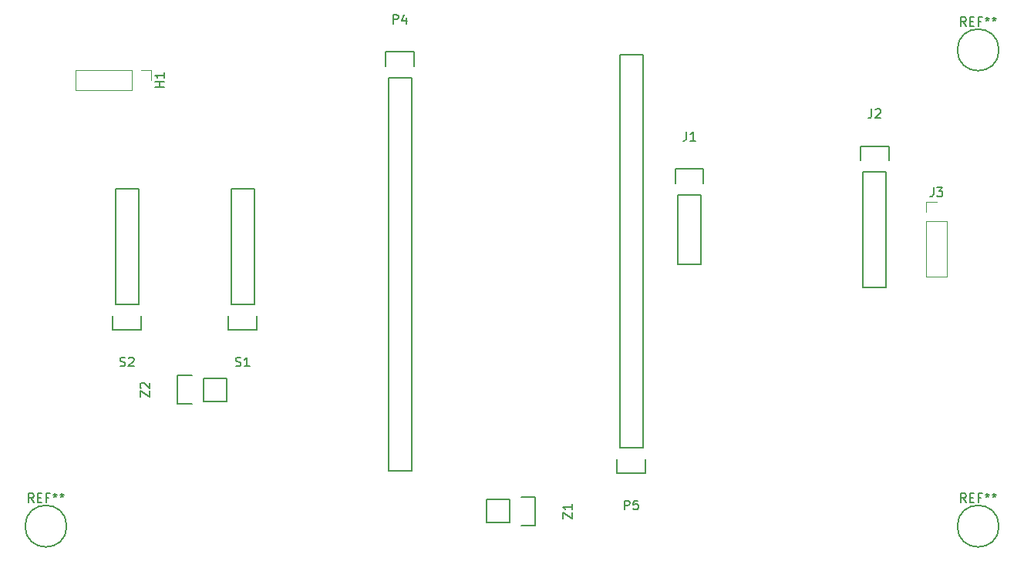
<source format=gbr>
G04 #@! TF.FileFunction,Legend,Top*
%FSLAX46Y46*%
G04 Gerber Fmt 4.6, Leading zero omitted, Abs format (unit mm)*
G04 Created by KiCad (PCBNEW 4.0.2+dfsg1-stable) date Fri 02 Mar 2018 05:51:11 PM -05*
%MOMM*%
G01*
G04 APERTURE LIST*
%ADD10C,0.100000*%
%ADD11C,0.150000*%
%ADD12C,0.120000*%
G04 APERTURE END LIST*
D10*
D11*
X103378000Y-82042000D02*
X103378000Y-69342000D01*
X103378000Y-69342000D02*
X105918000Y-69342000D01*
X105918000Y-69342000D02*
X105918000Y-82042000D01*
X103098000Y-84862000D02*
X103098000Y-83312000D01*
X103378000Y-82042000D02*
X105918000Y-82042000D01*
X106198000Y-83312000D02*
X106198000Y-84862000D01*
X106198000Y-84862000D02*
X103098000Y-84862000D01*
X165150800Y-70002400D02*
X165150800Y-77622400D01*
X167690800Y-70002400D02*
X167690800Y-77622400D01*
X167970800Y-67182400D02*
X167970800Y-68732400D01*
X165150800Y-77622400D02*
X167690800Y-77622400D01*
X167690800Y-70002400D02*
X165150800Y-70002400D01*
X164870800Y-68732400D02*
X164870800Y-67182400D01*
X164870800Y-67182400D02*
X167970800Y-67182400D01*
X188023500Y-67500500D02*
X188023500Y-80200500D01*
X188023500Y-80200500D02*
X185483500Y-80200500D01*
X185483500Y-80200500D02*
X185483500Y-67500500D01*
X188303500Y-64680500D02*
X188303500Y-66230500D01*
X188023500Y-67500500D02*
X185483500Y-67500500D01*
X185203500Y-66230500D02*
X185203500Y-64680500D01*
X185203500Y-64680500D02*
X188303500Y-64680500D01*
X116078000Y-82042000D02*
X116078000Y-69342000D01*
X116078000Y-69342000D02*
X118618000Y-69342000D01*
X118618000Y-69342000D02*
X118618000Y-82042000D01*
X115798000Y-84862000D02*
X115798000Y-83312000D01*
X116078000Y-82042000D02*
X118618000Y-82042000D01*
X118898000Y-83312000D02*
X118898000Y-84862000D01*
X118898000Y-84862000D02*
X115798000Y-84862000D01*
X146685000Y-106045000D02*
X144145000Y-106045000D01*
X149505000Y-106325000D02*
X147955000Y-106325000D01*
X146685000Y-106045000D02*
X146685000Y-103505000D01*
X147955000Y-103225000D02*
X149505000Y-103225000D01*
X149505000Y-103225000D02*
X149505000Y-106325000D01*
X146685000Y-103505000D02*
X144145000Y-103505000D01*
X144145000Y-103505000D02*
X144145000Y-106045000D01*
X113030000Y-90170000D02*
X115570000Y-90170000D01*
X110210000Y-89890000D02*
X111760000Y-89890000D01*
X113030000Y-90170000D02*
X113030000Y-92710000D01*
X111760000Y-92990000D02*
X110210000Y-92990000D01*
X110210000Y-92990000D02*
X110210000Y-89890000D01*
X113030000Y-92710000D02*
X115570000Y-92710000D01*
X115570000Y-92710000D02*
X115570000Y-90170000D01*
X135890000Y-57150000D02*
X135890000Y-100330000D01*
X135890000Y-100330000D02*
X133350000Y-100330000D01*
X133350000Y-100330000D02*
X133350000Y-57150000D01*
X136170000Y-54330000D02*
X136170000Y-55880000D01*
X135890000Y-57150000D02*
X133350000Y-57150000D01*
X133070000Y-55880000D02*
X133070000Y-54330000D01*
X133070000Y-54330000D02*
X136170000Y-54330000D01*
X158750000Y-97790000D02*
X158750000Y-54610000D01*
X158750000Y-54610000D02*
X161290000Y-54610000D01*
X161290000Y-54610000D02*
X161290000Y-97790000D01*
X158470000Y-100610000D02*
X158470000Y-99060000D01*
X158750000Y-97790000D02*
X161290000Y-97790000D01*
X161570000Y-99060000D02*
X161570000Y-100610000D01*
X161570000Y-100610000D02*
X158470000Y-100610000D01*
D12*
X105172000Y-56284000D02*
X99052000Y-56284000D01*
X99052000Y-56284000D02*
X99052000Y-58524000D01*
X99052000Y-58524000D02*
X105172000Y-58524000D01*
X105172000Y-58524000D02*
X105172000Y-56284000D01*
X106172000Y-56284000D02*
X107292000Y-56284000D01*
X107292000Y-56284000D02*
X107292000Y-57404000D01*
X192428000Y-72882000D02*
X192428000Y-79002000D01*
X192428000Y-79002000D02*
X194668000Y-79002000D01*
X194668000Y-79002000D02*
X194668000Y-72882000D01*
X194668000Y-72882000D02*
X192428000Y-72882000D01*
X192428000Y-71882000D02*
X192428000Y-70762000D01*
X192428000Y-70762000D02*
X193548000Y-70762000D01*
D11*
X200406000Y-54102000D02*
G75*
G03X200406000Y-54102000I-2286000J0D01*
G01*
X200406000Y-106426000D02*
G75*
G03X200406000Y-106426000I-2286000J0D01*
G01*
X98044000Y-106426000D02*
G75*
G03X98044000Y-106426000I-2286000J0D01*
G01*
X103886095Y-88816762D02*
X104028952Y-88864381D01*
X104267048Y-88864381D01*
X104362286Y-88816762D01*
X104409905Y-88769143D01*
X104457524Y-88673905D01*
X104457524Y-88578667D01*
X104409905Y-88483429D01*
X104362286Y-88435810D01*
X104267048Y-88388190D01*
X104076571Y-88340571D01*
X103981333Y-88292952D01*
X103933714Y-88245333D01*
X103886095Y-88150095D01*
X103886095Y-88054857D01*
X103933714Y-87959619D01*
X103981333Y-87912000D01*
X104076571Y-87864381D01*
X104314667Y-87864381D01*
X104457524Y-87912000D01*
X104838476Y-87959619D02*
X104886095Y-87912000D01*
X104981333Y-87864381D01*
X105219429Y-87864381D01*
X105314667Y-87912000D01*
X105362286Y-87959619D01*
X105409905Y-88054857D01*
X105409905Y-88150095D01*
X105362286Y-88292952D01*
X104790857Y-88864381D01*
X105409905Y-88864381D01*
X166087467Y-63084781D02*
X166087467Y-63799067D01*
X166039847Y-63941924D01*
X165944609Y-64037162D01*
X165801752Y-64084781D01*
X165706514Y-64084781D01*
X167087467Y-64084781D02*
X166516038Y-64084781D01*
X166801752Y-64084781D02*
X166801752Y-63084781D01*
X166706514Y-63227638D01*
X166611276Y-63322876D01*
X166516038Y-63370495D01*
X186420167Y-60582881D02*
X186420167Y-61297167D01*
X186372547Y-61440024D01*
X186277309Y-61535262D01*
X186134452Y-61582881D01*
X186039214Y-61582881D01*
X186848738Y-60678119D02*
X186896357Y-60630500D01*
X186991595Y-60582881D01*
X187229691Y-60582881D01*
X187324929Y-60630500D01*
X187372548Y-60678119D01*
X187420167Y-60773357D01*
X187420167Y-60868595D01*
X187372548Y-61011452D01*
X186801119Y-61582881D01*
X187420167Y-61582881D01*
X116586095Y-88816762D02*
X116728952Y-88864381D01*
X116967048Y-88864381D01*
X117062286Y-88816762D01*
X117109905Y-88769143D01*
X117157524Y-88673905D01*
X117157524Y-88578667D01*
X117109905Y-88483429D01*
X117062286Y-88435810D01*
X116967048Y-88388190D01*
X116776571Y-88340571D01*
X116681333Y-88292952D01*
X116633714Y-88245333D01*
X116586095Y-88150095D01*
X116586095Y-88054857D01*
X116633714Y-87959619D01*
X116681333Y-87912000D01*
X116776571Y-87864381D01*
X117014667Y-87864381D01*
X117157524Y-87912000D01*
X118109905Y-88864381D02*
X117538476Y-88864381D01*
X117824190Y-88864381D02*
X117824190Y-87864381D01*
X117728952Y-88007238D01*
X117633714Y-88102476D01*
X117538476Y-88150095D01*
X152507381Y-105584524D02*
X152507381Y-104917857D01*
X153507381Y-105584524D01*
X153507381Y-104917857D01*
X153507381Y-104013095D02*
X153507381Y-104584524D01*
X153507381Y-104298810D02*
X152507381Y-104298810D01*
X152650238Y-104394048D01*
X152745476Y-104489286D01*
X152793095Y-104584524D01*
X106112381Y-92249524D02*
X106112381Y-91582857D01*
X107112381Y-92249524D01*
X107112381Y-91582857D01*
X106207619Y-91249524D02*
X106160000Y-91201905D01*
X106112381Y-91106667D01*
X106112381Y-90868571D01*
X106160000Y-90773333D01*
X106207619Y-90725714D01*
X106302857Y-90678095D01*
X106398095Y-90678095D01*
X106540952Y-90725714D01*
X107112381Y-91297143D01*
X107112381Y-90678095D01*
X133881905Y-51232381D02*
X133881905Y-50232381D01*
X134262858Y-50232381D01*
X134358096Y-50280000D01*
X134405715Y-50327619D01*
X134453334Y-50422857D01*
X134453334Y-50565714D01*
X134405715Y-50660952D01*
X134358096Y-50708571D01*
X134262858Y-50756190D01*
X133881905Y-50756190D01*
X135310477Y-50565714D02*
X135310477Y-51232381D01*
X135072381Y-50184762D02*
X134834286Y-50899048D01*
X135453334Y-50899048D01*
X159281905Y-104612381D02*
X159281905Y-103612381D01*
X159662858Y-103612381D01*
X159758096Y-103660000D01*
X159805715Y-103707619D01*
X159853334Y-103802857D01*
X159853334Y-103945714D01*
X159805715Y-104040952D01*
X159758096Y-104088571D01*
X159662858Y-104136190D01*
X159281905Y-104136190D01*
X160758096Y-103612381D02*
X160281905Y-103612381D01*
X160234286Y-104088571D01*
X160281905Y-104040952D01*
X160377143Y-103993333D01*
X160615239Y-103993333D01*
X160710477Y-104040952D01*
X160758096Y-104088571D01*
X160805715Y-104183810D01*
X160805715Y-104421905D01*
X160758096Y-104517143D01*
X160710477Y-104564762D01*
X160615239Y-104612381D01*
X160377143Y-104612381D01*
X160281905Y-104564762D01*
X160234286Y-104517143D01*
X108744381Y-58165905D02*
X107744381Y-58165905D01*
X108220571Y-58165905D02*
X108220571Y-57594476D01*
X108744381Y-57594476D02*
X107744381Y-57594476D01*
X108744381Y-56594476D02*
X108744381Y-57165905D01*
X108744381Y-56880191D02*
X107744381Y-56880191D01*
X107887238Y-56975429D01*
X107982476Y-57070667D01*
X108030095Y-57165905D01*
X193214667Y-69214381D02*
X193214667Y-69928667D01*
X193167047Y-70071524D01*
X193071809Y-70166762D01*
X192928952Y-70214381D01*
X192833714Y-70214381D01*
X193595619Y-69214381D02*
X194214667Y-69214381D01*
X193881333Y-69595333D01*
X194024191Y-69595333D01*
X194119429Y-69642952D01*
X194167048Y-69690571D01*
X194214667Y-69785810D01*
X194214667Y-70023905D01*
X194167048Y-70119143D01*
X194119429Y-70166762D01*
X194024191Y-70214381D01*
X193738476Y-70214381D01*
X193643238Y-70166762D01*
X193595619Y-70119143D01*
X196786667Y-51506381D02*
X196453333Y-51030190D01*
X196215238Y-51506381D02*
X196215238Y-50506381D01*
X196596191Y-50506381D01*
X196691429Y-50554000D01*
X196739048Y-50601619D01*
X196786667Y-50696857D01*
X196786667Y-50839714D01*
X196739048Y-50934952D01*
X196691429Y-50982571D01*
X196596191Y-51030190D01*
X196215238Y-51030190D01*
X197215238Y-50982571D02*
X197548572Y-50982571D01*
X197691429Y-51506381D02*
X197215238Y-51506381D01*
X197215238Y-50506381D01*
X197691429Y-50506381D01*
X198453334Y-50982571D02*
X198120000Y-50982571D01*
X198120000Y-51506381D02*
X198120000Y-50506381D01*
X198596191Y-50506381D01*
X199120000Y-50506381D02*
X199120000Y-50744476D01*
X198881905Y-50649238D02*
X199120000Y-50744476D01*
X199358096Y-50649238D01*
X198977143Y-50934952D02*
X199120000Y-50744476D01*
X199262858Y-50934952D01*
X199881905Y-50506381D02*
X199881905Y-50744476D01*
X199643810Y-50649238D02*
X199881905Y-50744476D01*
X200120001Y-50649238D01*
X199739048Y-50934952D02*
X199881905Y-50744476D01*
X200024763Y-50934952D01*
X196786667Y-103830381D02*
X196453333Y-103354190D01*
X196215238Y-103830381D02*
X196215238Y-102830381D01*
X196596191Y-102830381D01*
X196691429Y-102878000D01*
X196739048Y-102925619D01*
X196786667Y-103020857D01*
X196786667Y-103163714D01*
X196739048Y-103258952D01*
X196691429Y-103306571D01*
X196596191Y-103354190D01*
X196215238Y-103354190D01*
X197215238Y-103306571D02*
X197548572Y-103306571D01*
X197691429Y-103830381D02*
X197215238Y-103830381D01*
X197215238Y-102830381D01*
X197691429Y-102830381D01*
X198453334Y-103306571D02*
X198120000Y-103306571D01*
X198120000Y-103830381D02*
X198120000Y-102830381D01*
X198596191Y-102830381D01*
X199120000Y-102830381D02*
X199120000Y-103068476D01*
X198881905Y-102973238D02*
X199120000Y-103068476D01*
X199358096Y-102973238D01*
X198977143Y-103258952D02*
X199120000Y-103068476D01*
X199262858Y-103258952D01*
X199881905Y-102830381D02*
X199881905Y-103068476D01*
X199643810Y-102973238D02*
X199881905Y-103068476D01*
X200120001Y-102973238D01*
X199739048Y-103258952D02*
X199881905Y-103068476D01*
X200024763Y-103258952D01*
X94424667Y-103830381D02*
X94091333Y-103354190D01*
X93853238Y-103830381D02*
X93853238Y-102830381D01*
X94234191Y-102830381D01*
X94329429Y-102878000D01*
X94377048Y-102925619D01*
X94424667Y-103020857D01*
X94424667Y-103163714D01*
X94377048Y-103258952D01*
X94329429Y-103306571D01*
X94234191Y-103354190D01*
X93853238Y-103354190D01*
X94853238Y-103306571D02*
X95186572Y-103306571D01*
X95329429Y-103830381D02*
X94853238Y-103830381D01*
X94853238Y-102830381D01*
X95329429Y-102830381D01*
X96091334Y-103306571D02*
X95758000Y-103306571D01*
X95758000Y-103830381D02*
X95758000Y-102830381D01*
X96234191Y-102830381D01*
X96758000Y-102830381D02*
X96758000Y-103068476D01*
X96519905Y-102973238D02*
X96758000Y-103068476D01*
X96996096Y-102973238D01*
X96615143Y-103258952D02*
X96758000Y-103068476D01*
X96900858Y-103258952D01*
X97519905Y-102830381D02*
X97519905Y-103068476D01*
X97281810Y-102973238D02*
X97519905Y-103068476D01*
X97758001Y-102973238D01*
X97377048Y-103258952D02*
X97519905Y-103068476D01*
X97662763Y-103258952D01*
M02*

</source>
